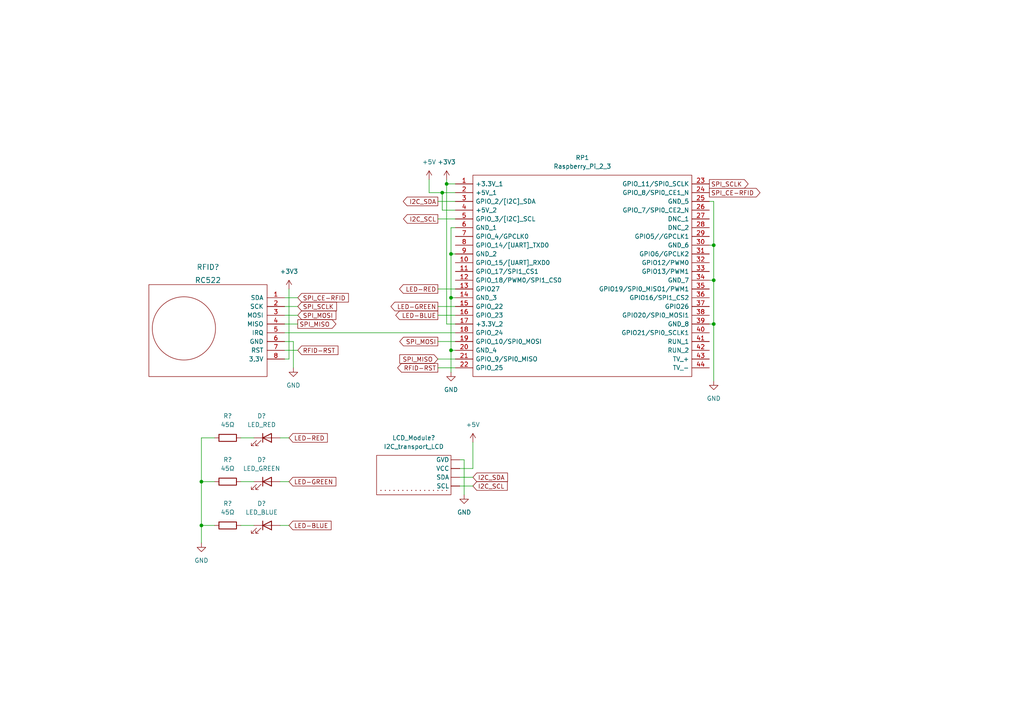
<source format=kicad_sch>
(kicad_sch (version 20211123) (generator eeschema)
  (paper "A4")
  (lib_symbols
    (symbol "Device:LED" (pin_numbers hide) (pin_names (offset 1.016) hide)
      (property "Reference" "D" (at 0 2.54 0))
      (property "Value" "LED" (at 0 -2.54 0))
      (symbol "LED_0_1"
        (polyline (pts (xy -1.27 -1.27) (xy -1.27 1.27)) (stroke (width 0.254)))
        (polyline (pts (xy -1.27 0) (xy 1.27 0)))
        (polyline (pts (xy 1.27 -1.27) (xy 1.27 1.27) (xy -1.27 0) (xy 1.27 -1.27)) (stroke (width 0.254)))
        (polyline (pts (xy -3.048 -0.762) (xy -4.572 -2.286) (xy -3.81 -2.286) (xy -4.572 -2.286) (xy -4.572 -1.524)))
        (polyline (pts (xy -1.778 -0.762) (xy -3.302 -2.286) (xy -2.54 -2.286) (xy -3.302 -2.286) (xy -3.302 -1.524)))
      )
      (symbol "LED_1_1"
        (pin passive line (at -3.81 0 0) (length 2.54) (name "K") (number "1"))
        (pin passive line (at 3.81 0 180) (length 2.54) (name "A") (number "2"))
      )
    )
    (symbol "Device:R" (pin_numbers hide) (pin_names (offset 0))
      (property "Reference" "R" (at 2.032 0 90))
      (property "Value" "R" (at 0 0 90))
      (symbol "R_0_1"
        (rectangle (start -1.016 -2.54) (end 1.016 2.54) (stroke (width 0.254)))
      )
      (symbol "R_1_1"
        (pin passive line (at 0 3.81 270) (length 1.27) (name "~") (number "1"))
        (pin passive line (at 0 -3.81 90) (length 1.27) (name "~") (number "2"))
      )
    )
    (symbol "power:+3.3V" (power) (pin_names (offset 0))
      (property "Value" "+3.3V" (at 0 3.556 0))
      (symbol "+3.3V_0_1"
        (polyline (pts (xy -0.762 1.27) (xy 0 2.54)))
        (polyline (pts (xy 0 0) (xy 0 2.54)))
        (polyline (pts (xy 0 2.54) (xy 0.762 1.27)))
      )
      (symbol "+3.3V_1_1"
        (pin power_in line (at 0 0 90) (length 0) hide (name "+3V3") (number "1"))
      )
    )
    (symbol "power:+5V" (power) (pin_names (offset 0))
      (property "Value" "+5V" (at 0 3.556 0))
      (symbol "+5V_0_1"
        (polyline (pts (xy -0.762 1.27) (xy 0 2.54)))
        (polyline (pts (xy 0 0) (xy 0 2.54)))
        (polyline (pts (xy 0 2.54) (xy 0.762 1.27)))
      )
      (symbol "+5V_1_1"
        (pin power_in line (at 0 0 90) (length 0) hide (name "+5V") (number "1"))
      )
    )
    (symbol "power:GND" (power) (pin_names (offset 0))
      (property "Value" "GND" (at 0 -3.81 0))
      (symbol "GND_0_1"
        (polyline (pts (xy 0 0) (xy 0 -1.27) (xy 1.27 -1.27) (xy 0 -2.54) (xy -1.27 -1.27) (xy 0 -1.27)))
      )
      (symbol "GND_1_1"
        (pin power_in line (at 0 0 270) (length 0) hide (name "GND") (number "1"))
      )
    )
    (symbol "project:I2C_transport_LCD"
      (property "Reference" "LCD_Module" (at 0 0 0))
      (property "Value" "I2C_transport_LCD" (at 0 8.89 0))
      (symbol "I2C_transport_LCD_0_1"
        (rectangle (start -10.16 7.62) (end 11.43 -3.81))
        (circle (center -8.89 -2.54) (radius 0.0001))
        (circle (center -7.62 -2.54) (radius 0.0001))
        (circle (center -6.35 -2.54) (radius 0.0001))
        (circle (center -5.08 -2.54) (radius 0.0001))
        (circle (center -3.81 -2.54) (radius 0.0001))
        (circle (center -2.54 -2.54) (radius 0.0001))
        (circle (center -1.27 -2.54) (radius 0.0001))
        (circle (center 0 -2.54) (radius 0.0001))
        (circle (center 1.27 -2.54) (radius 0.0001))
        (circle (center 2.54 -2.54) (radius 0.0001))
        (circle (center 3.81 -2.54) (radius 0.0001))
        (circle (center 5.08 -2.54) (radius 0.0001))
        (circle (center 6.35 -2.54) (radius 0.0001))
        (circle (center 7.62 -2.54) (radius 0.0001))
        (circle (center 8.89 -2.54) (radius 0.0001))
        (circle (center 10.16 -2.54) (radius 0.0001))
      )
      (symbol "I2C_transport_LCD_1_1"
        (pin power_out line (at -12.7 6.35 0) (length 2.54) (name "GVD") (number ""))
        (pin input line (at -12.7 -1.27 0) (length 2.54) (name "SCL") (number ""))
        (pin input line (at -12.7 1.27 0) (length 2.54) (name "SDA") (number ""))
        (pin power_in line (at -12.7 3.81 0) (length 2.54) (name "VCC") (number ""))
      )
    )
    (symbol "raspberrypi:Raspberry_Pi_2_3" (pin_names (offset 0.762))
      (property "Reference" "RP" (at 30.48 27.94 0))
      (property "Value" "Raspberry_Pi_2_3" (at 30.48 25.4 0))
      (symbol "Raspberry_Pi_2_3_0_0"
        (pin bidirectional line (at 0 0 0) (length 5.08) (name "+3.3V_1") (number "1"))
        (pin bidirectional line (at 0 -22.86 0) (length 5.08) (name "GPIO_15/[UART]_RXD0") (number "10"))
        (pin bidirectional line (at 0 -25.4 0) (length 5.08) (name "GPIO_17/SPI1_CS1") (number "11"))
        (pin bidirectional line (at 0 -27.94 0) (length 5.08) (name "GPIO_18/PWM0/SPI1_CS0") (number "12"))
        (pin bidirectional line (at 0 -30.48 0) (length 5.08) (name "GPIO27") (number "13"))
        (pin bidirectional line (at 0 -33.02 0) (length 5.08) (name "GND_3") (number "14"))
        (pin bidirectional line (at 0 -35.56 0) (length 5.08) (name "GPIO_22") (number "15"))
        (pin bidirectional line (at 0 -38.1 0) (length 5.08) (name "GPIO_23") (number "16"))
        (pin bidirectional line (at 0 -40.64 0) (length 5.08) (name "+3.3V_2") (number "17"))
        (pin bidirectional line (at 0 -43.18 0) (length 5.08) (name "GPIO_24") (number "18"))
        (pin bidirectional line (at 0 -45.72 0) (length 5.08) (name "GPIO_10/SPI0_MOSI") (number "19"))
        (pin bidirectional line (at 0 -2.54 0) (length 5.08) (name "+5V_1") (number "2"))
        (pin bidirectional line (at 0 -48.26 0) (length 5.08) (name "GND_4") (number "20"))
        (pin bidirectional line (at 0 -50.8 0) (length 5.08) (name "GPIO_9/SPI0_MISO") (number "21"))
        (pin bidirectional line (at 0 -53.34 0) (length 5.08) (name "GPIO_25") (number "22"))
        (pin bidirectional line (at 73.66 0 180) (length 5.08) (name "GPIO_11/SPI0_SCLK") (number "23"))
        (pin bidirectional line (at 73.66 -2.54 180) (length 5.08) (name "GPIO_8/SPI0_CE1_N") (number "24"))
        (pin bidirectional line (at 73.66 -5.08 180) (length 5.08) (name "GND_5") (number "25"))
        (pin bidirectional line (at 73.66 -7.62 180) (length 5.08) (name "GPIO_7/SPI0_CE2_N") (number "26"))
        (pin bidirectional line (at 73.66 -10.16 180) (length 5.08) (name "DNC_1") (number "27"))
        (pin bidirectional line (at 73.66 -12.7 180) (length 5.08) (name "DNC_2") (number "28"))
        (pin bidirectional line (at 73.66 -15.24 180) (length 5.08) (name "GPIO5//GPCLK1") (number "29"))
        (pin bidirectional line (at 0 -5.08 0) (length 5.08) (name "GPIO_2/[I2C]_SDA") (number "3"))
        (pin bidirectional line (at 73.66 -17.78 180) (length 5.08) (name "GND_6") (number "30"))
        (pin bidirectional line (at 73.66 -20.32 180) (length 5.08) (name "GPIO6/GPCLK2") (number "31"))
        (pin bidirectional line (at 73.66 -22.86 180) (length 5.08) (name "GPIO12/PWM0") (number "32"))
        (pin bidirectional line (at 73.66 -25.4 180) (length 5.08) (name "GPIO13/PWM1") (number "33"))
        (pin bidirectional line (at 73.66 -27.94 180) (length 5.08) (name "GND_7") (number "34"))
        (pin bidirectional line (at 73.66 -30.48 180) (length 5.08) (name "GPIO19/SPI0_MISO1/PWM1") (number "35"))
        (pin bidirectional line (at 73.66 -33.02 180) (length 5.08) (name "GPIO16/SPI1_CS2") (number "36"))
        (pin bidirectional line (at 73.66 -35.56 180) (length 5.08) (name "GPIO26") (number "37"))
        (pin bidirectional line (at 73.66 -38.1 180) (length 5.08) (name "GPIO20/SPI0_MOSI1") (number "38"))
        (pin bidirectional line (at 73.66 -40.64 180) (length 5.08) (name "GND_8") (number "39"))
        (pin bidirectional line (at 0 -7.62 0) (length 5.08) (name "+5V_2") (number "4"))
        (pin bidirectional line (at 73.66 -43.18 180) (length 5.08) (name "GPIO21/SPI0_SCLK1") (number "40"))
        (pin bidirectional line (at 73.66 -45.72 180) (length 5.08) (name "RUN_1") (number "41"))
        (pin bidirectional line (at 73.66 -48.26 180) (length 5.08) (name "RUN_2") (number "42"))
        (pin bidirectional line (at 73.66 -50.8 180) (length 5.08) (name "TV_+") (number "43"))
        (pin bidirectional line (at 73.66 -53.34 180) (length 5.08) (name "TV_-") (number "44"))
        (pin bidirectional line (at 0 -10.16 0) (length 5.08) (name "GPIO_3/[I2C]_SCL") (number "5"))
        (pin bidirectional line (at 0 -12.7 0) (length 5.08) (name "GND_1") (number "6"))
        (pin bidirectional line (at 0 -15.24 0) (length 5.08) (name "GPIO_4/GPCLK0") (number "7"))
        (pin bidirectional line (at 0 -17.78 0) (length 5.08) (name "GPIO_14/[UART]_TXD0") (number "8"))
        (pin bidirectional line (at 0 -20.32 0) (length 5.08) (name "GND_2") (number "9"))
      )
      (symbol "Raspberry_Pi_2_3_0_1"
        (polyline (pts (xy 5.08 2.54) (xy 68.58 2.54) (xy 68.58 -55.88) (xy 5.08 -55.88) (xy 5.08 2.54)) (stroke (width 0.1524)))
      )
    )
    (symbol "rc522:RC522" (pin_names (offset 1.016))
      (property "Reference" "RFID" (at 0 5.08 0))
      (property "Value" "RC522" (at 0 10.16 0))
      (symbol "RC522_0_1"
        (rectangle (start -13.97 30.48) (end 12.7 -3.81))
        (circle (center 0 6.35) (radius 9.1694))
      )
      (symbol "RC522_1_1"
        (pin output line (at 8.89 35.56 270) (length 5.08) (name "SDA") (number "1"))
        (pin output line (at 6.35 35.56 270) (length 5.08) (name "SCK") (number "2"))
        (pin output line (at 3.81 35.56 270) (length 5.08) (name "MOSI") (number "3"))
        (pin output line (at 1.27 35.56 270) (length 5.08) (name "MISO") (number "4"))
        (pin output line (at -1.27 35.56 270) (length 5.08) (name "IRQ") (number "5"))
        (pin power_in line (at -3.81 35.56 270) (length 5.08) (name "GND") (number "6"))
        (pin input line (at -6.35 35.56 270) (length 5.08) (name "RST") (number "7"))
        (pin power_in line (at -8.89 35.56 270) (length 5.08) (name "3,3V") (number "8"))
      )
    )
  )
  (junction (at 130.81 101.6))
  (junction (at 58.42 152.4))
  (junction (at 130.81 86.36))
  (junction (at 130.81 73.66))
  (junction (at 207.01 71.12))
  (junction (at 207.01 81.28))
  (junction (at 129.54 53.34))
  (junction (at 207.01 93.98))
  (junction (at 58.42 139.7))
  (junction (at 128.27 55.88))
  (wire (pts (xy 81.28 127) (xy 83.82 127)))
  (wire (pts (xy 82.55 99.06) (xy 85.09 99.06)))
  (wire (pts (xy 128.27 55.88) (xy 124.46 55.88)))
  (wire (pts (xy 133.35 135.89) (xy 137.16 135.89)))
  (wire (pts (xy 81.28 152.4) (xy 83.82 152.4)))
  (wire (pts (xy 58.42 139.7) (xy 62.23 139.7)))
  (wire (pts (xy 130.81 86.36) (xy 132.08 86.36)))
  (wire (pts (xy 129.54 53.34) (xy 132.08 53.34)))
  (wire (pts (xy 128.27 60.96) (xy 132.08 60.96)))
  (wire (pts (xy 127 91.44) (xy 132.08 91.44)))
  (wire (pts (xy 130.81 86.36) (xy 130.81 101.6)))
  (wire (pts (xy 82.55 101.6) (xy 86.36 101.6)))
  (wire (pts (xy 207.01 81.28) (xy 207.01 93.98)))
  (wire (pts (xy 86.36 86.36) (xy 82.55 86.36)))
  (wire (pts (xy 207.01 93.98) (xy 207.01 110.49)))
  (wire (pts (xy 207.01 58.42) (xy 207.01 71.12)))
  (wire (pts (xy 58.42 127) (xy 58.42 139.7)))
  (wire (pts (xy 69.85 152.4) (xy 73.66 152.4)))
  (wire (pts (xy 129.54 52.07) (xy 129.54 53.34)))
  (wire (pts (xy 82.55 96.52) (xy 132.08 96.52)))
  (wire (pts (xy 58.42 139.7) (xy 58.42 152.4)))
  (wire (pts (xy 205.74 58.42) (xy 207.01 58.42)))
  (wire (pts (xy 205.74 81.28) (xy 207.01 81.28)))
  (wire (pts (xy 62.23 127) (xy 58.42 127)))
  (wire (pts (xy 127 99.06) (xy 132.08 99.06)))
  (wire (pts (xy 124.46 55.88) (xy 124.46 52.07)))
  (wire (pts (xy 82.55 91.44) (xy 86.36 91.44)))
  (wire (pts (xy 127 63.5) (xy 132.08 63.5)))
  (wire (pts (xy 127 106.68) (xy 132.08 106.68)))
  (wire (pts (xy 128.27 55.88) (xy 128.27 60.96)))
  (wire (pts (xy 137.16 140.97) (xy 133.35 140.97)))
  (wire (pts (xy 58.42 152.4) (xy 58.42 157.48)))
  (wire (pts (xy 130.81 73.66) (xy 130.81 86.36)))
  (wire (pts (xy 130.81 66.04) (xy 132.08 66.04)))
  (wire (pts (xy 205.74 93.98) (xy 207.01 93.98)))
  (wire (pts (xy 58.42 152.4) (xy 62.23 152.4)))
  (wire (pts (xy 133.35 133.35) (xy 134.62 133.35)))
  (wire (pts (xy 133.35 138.43) (xy 137.16 138.43)))
  (wire (pts (xy 129.54 53.34) (xy 129.54 93.98)))
  (wire (pts (xy 137.16 135.89) (xy 137.16 128.27)))
  (wire (pts (xy 81.28 139.7) (xy 83.82 139.7)))
  (wire (pts (xy 130.81 101.6) (xy 132.08 101.6)))
  (wire (pts (xy 130.81 73.66) (xy 132.08 73.66)))
  (wire (pts (xy 130.81 101.6) (xy 130.81 107.95)))
  (wire (pts (xy 129.54 93.98) (xy 132.08 93.98)))
  (wire (pts (xy 130.81 66.04) (xy 130.81 73.66)))
  (wire (pts (xy 127 58.42) (xy 132.08 58.42)))
  (wire (pts (xy 82.55 104.14) (xy 83.82 104.14)))
  (wire (pts (xy 83.82 83.82) (xy 83.82 104.14)))
  (wire (pts (xy 69.85 139.7) (xy 73.66 139.7)))
  (wire (pts (xy 127 88.9) (xy 132.08 88.9)))
  (wire (pts (xy 127 83.82) (xy 132.08 83.82)))
  (wire (pts (xy 82.55 88.9) (xy 86.36 88.9)))
  (wire (pts (xy 85.09 99.06) (xy 85.09 106.68)))
  (wire (pts (xy 205.74 71.12) (xy 207.01 71.12)))
  (wire (pts (xy 69.85 127) (xy 73.66 127)))
  (wire (pts (xy 127 104.14) (xy 132.08 104.14)))
  (wire (pts (xy 82.55 93.98) (xy 86.36 93.98)))
  (wire (pts (xy 134.62 133.35) (xy 134.62 143.51)))
  (wire (pts (xy 207.01 71.12) (xy 207.01 81.28)))
  (wire (pts (xy 128.27 55.88) (xy 132.08 55.88)))
  (global_label "SPI_MISO" (shape output) (at 86.36 93.98 0) (property "シート間のリファレンス" "${INTERSHEET_REFS}" (effects hide)))
  (global_label "SPI_MOSI" (shape input) (at 86.36 91.44 0) (property "シート間のリファレンス" "${INTERSHEET_REFS}" (effects hide)))
  (global_label "LED-BLUE" (shape input) (at 83.82 152.4 0) (property "シート間のリファレンス" "${INTERSHEET_REFS}" (effects hide)))
  (global_label "LED-BLUE" (shape output) (at 127 91.44 180) (property "シート間のリファレンス" "${INTERSHEET_REFS}" (effects hide)))
  (global_label "LED-RED" (shape output) (at 127 83.82 180) (property "シート間のリファレンス" "${INTERSHEET_REFS}" (effects hide)))
  (global_label "SPI_CE-RFID" (shape output) (at 205.74 55.88 0) (property "シート間のリファレンス" "${INTERSHEET_REFS}" (effects hide)))
  (global_label "LED-GREEN" (shape output) (at 127 88.9 180) (property "シート間のリファレンス" "${INTERSHEET_REFS}" (effects hide)))
  (global_label "I2C_SDA" (shape input) (at 137.16 138.43 0) (property "シート間のリファレンス" "${INTERSHEET_REFS}" (effects hide)))
  (global_label "RFID-RST" (shape input) (at 86.36 101.6 0) (property "シート間のリファレンス" "${INTERSHEET_REFS}" (effects hide)))
  (global_label "SPI_CE-RFID" (shape input) (at 86.36 86.36 0) (property "シート間のリファレンス" "${INTERSHEET_REFS}" (effects hide)))
  (global_label "RFID-RST" (shape output) (at 127 106.68 180) (property "シート間のリファレンス" "${INTERSHEET_REFS}" (effects hide)))
  (global_label "LED-GREEN" (shape input) (at 83.82 139.7 0) (property "シート間のリファレンス" "${INTERSHEET_REFS}" (effects hide)))
  (global_label "SPI_MOSI" (shape output) (at 127 99.06 180) (property "シート間のリファレンス" "${INTERSHEET_REFS}" (effects hide)))
  (global_label "LED-RED" (shape input) (at 83.82 127 0) (property "シート間のリファレンス" "${INTERSHEET_REFS}" (effects hide)))
  (global_label "SPI_MISO" (shape input) (at 127 104.14 180) (property "シート間のリファレンス" "${INTERSHEET_REFS}" (effects hide)))
  (global_label "SPI_SCLK" (shape output) (at 205.74 53.34 0) (property "シート間のリファレンス" "${INTERSHEET_REFS}" (effects hide)))
  (global_label "I2C_SCL" (shape output) (at 127 63.5 180) (property "シート間のリファレンス" "${INTERSHEET_REFS}" (effects hide)))
  (global_label "I2C_SDA" (shape output) (at 127 58.42 180) (property "シート間のリファレンス" "${INTERSHEET_REFS}" (effects hide)))
  (global_label "I2C_SCL" (shape input) (at 137.16 140.97 0) (property "シート間のリファレンス" "${INTERSHEET_REFS}" (effects hide)))
  (global_label "SPI_SCLK" (shape input) (at 86.36 88.9 0) (property "シート間のリファレンス" "${INTERSHEET_REFS}" (effects hide)))
  (symbol (lib_id "Device:LED") (at 77.47 127 0) (unit 1)
    (property "Reference" "D?" (at 75.8825 120.65 0))
    (property "Value" "LED_RED" (at 75.8825 123.19 0))
  )
  (symbol (lib_id "power:+5V") (at 124.46 52.07 0) (unit 1)
    (property "Reference" "#PWR?" (effects hide))
    (property "Value" "+5V" (at 124.46 46.99 0))
  )
  (symbol (lib_id "power:+3.3V") (at 83.82 83.82 0) (unit 1)
    (property "Reference" "#PWR?" (effects hide))
    (property "Value" "+3.3V" (at 83.82 78.74 0))
  )
  (symbol (lib_id "power:+5V") (at 137.16 128.27 0) (unit 1)
    (property "Reference" "#PWR?" (effects hide))
    (property "Value" "+5V" (at 137.16 123.19 0))
  )
  (symbol (lib_id "Device:LED") (at 77.47 139.7 0) (unit 1)
    (property "Reference" "D?" (at 75.8825 133.35 0))
    (property "Value" "LED_GREEN" (at 75.8825 135.89 0))
  )
  (symbol (lib_id "Device:R") (at 66.04 127 90) (unit 1)
    (property "Reference" "R?" (at 66.04 120.65 90))
    (property "Value" "45Ω" (at 66.04 123.19 90))
  )
  (symbol (lib_id "raspberrypi:Raspberry_Pi_2_3") (at 132.08 53.34 0) (unit 1)
    (property "Reference" "RP1" (at 168.91 45.72 0))
    (property "Value" "Raspberry_Pi_2_3" (at 168.91 48.26 0))
    (property "Footprint" "RASPBERRYPI" (effects hide))
    (property "Datasheet" "https://cdn.sparkfun.com/assets/learn_tutorials/6/7/6/PiZero_1.pdf" (effects hide))
    (property "Description" "Raspberry Pi Zero 2 or 3 Single-board Computers" (effects hide))
    (property "Manufacturer_Name" "RASPBERRY-PI" (effects hide))
    (property "Manufacturer_Part_Number" "Raspberry Pi 2 or 3" (effects hide))
  )
  (symbol (lib_id "rc522:RC522") (at 46.99 95.25 270) (mirror x) (unit 1)
    (property "Reference" "RFID?" (at 60.325 77.47 90) (effects (font (size 1.524 1.524))))
    (property "Value" "RC522" (at 60.325 81.28 90) (effects (font (size 1.524 1.524))))
  )
  (symbol (lib_id "Device:LED") (at 77.47 152.4 0) (unit 1)
    (property "Reference" "D?" (at 75.8825 146.05 0))
    (property "Value" "LED_BLUE" (at 75.8825 148.59 0))
  )
  (symbol (lib_id "power:GND") (at 130.81 107.95 0) (unit 1)
    (property "Reference" "#PWR?" (effects hide))
    (property "Value" "GND" (at 130.81 113.03 0))
  )
  (symbol (lib_id "power:GND") (at 58.42 157.48 0) (unit 1)
    (property "Reference" "#PWR?" (effects hide))
    (property "Value" "GND" (at 58.42 162.56 0))
  )
  (symbol (lib_id "Device:R") (at 66.04 152.4 90) (unit 1)
    (property "Reference" "R?" (at 66.04 146.05 90))
    (property "Value" "45Ω" (at 66.04 148.59 90))
  )
  (symbol (lib_id "power:GND") (at 134.62 143.51 0) (unit 1)
    (property "Reference" "#PWR?" (effects hide))
    (property "Value" "GND" (at 134.62 148.59 0))
  )
  (symbol (lib_id "power:GND") (at 207.01 110.49 0) (unit 1)
    (property "Reference" "#PWR?" (effects hide))
    (property "Value" "GND" (at 207.01 115.57 0))
  )
  (symbol (lib_id "Device:R") (at 66.04 139.7 90) (unit 1)
    (property "Reference" "R?" (at 66.04 133.35 90))
    (property "Value" "45Ω" (at 66.04 135.89 90))
  )
  (symbol (lib_id "power:+3.3V") (at 129.54 52.07 0) (unit 1)
    (property "Reference" "#PWR?" (effects hide))
    (property "Value" "+3.3V" (at 129.54 46.99 0))
  )
  (symbol (lib_id "project:I2C_transport_LCD") (at 120.65 139.7 0) (mirror y) (unit 1)
    (property "Reference" "LCD_Module?" (at 120.015 127 0))
    (property "Value" "I2C_transport_LCD" (at 120.015 129.54 0))
  )
  (symbol (lib_id "power:GND") (at 85.09 106.68 0) (unit 1)
    (property "Reference" "#PWR?" (effects hide))
    (property "Value" "GND" (at 85.09 111.76 0))
  )
)
</source>
